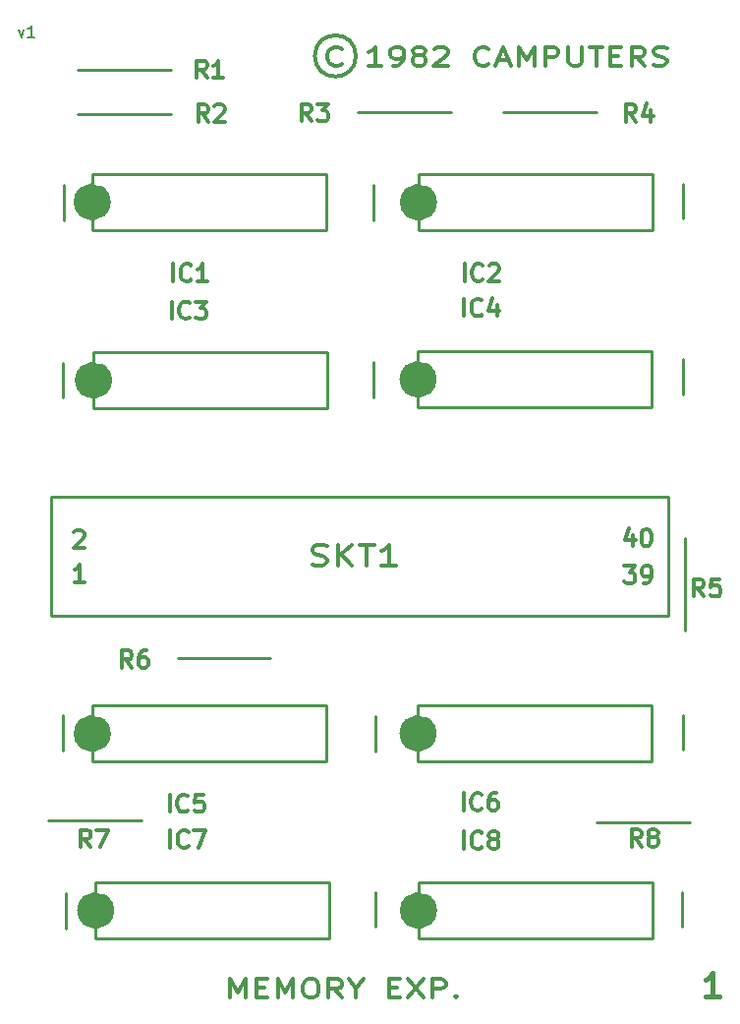
<source format=gbr>
%TF.GenerationSoftware,KiCad,Pcbnew,7.0.7*%
%TF.CreationDate,2023-11-11T16:10:04+00:00*%
%TF.ProjectId,Lynx-MK1-MEM,4c796e78-2d4d-44b3-912d-4d454d2e6b69,rev?*%
%TF.SameCoordinates,Original*%
%TF.FileFunction,Legend,Top*%
%TF.FilePolarity,Positive*%
%FSLAX46Y46*%
G04 Gerber Fmt 4.6, Leading zero omitted, Abs format (unit mm)*
G04 Created by KiCad (PCBNEW 7.0.7) date 2023-11-11 16:10:04*
%MOMM*%
%LPD*%
G01*
G04 APERTURE LIST*
%ADD10C,0.150000*%
%ADD11C,0.300000*%
%ADD12C,0.320000*%
%ADD13C,0.400000*%
%ADD14C,0.360000*%
%ADD15C,0.254000*%
%ADD16C,1.610849*%
G04 APERTURE END LIST*
D10*
X75933541Y-59909152D02*
X76171636Y-60575819D01*
X76171636Y-60575819D02*
X76409731Y-59909152D01*
X77314493Y-60575819D02*
X76743065Y-60575819D01*
X77028779Y-60575819D02*
X77028779Y-59575819D01*
X77028779Y-59575819D02*
X76933541Y-59718676D01*
X76933541Y-59718676D02*
X76838303Y-59813914D01*
X76838303Y-59813914D02*
X76743065Y-59861533D01*
D11*
X105000028Y-62190000D02*
G75*
G03*
X105000028Y-62190000I-1770028J0D01*
G01*
D12*
X103789573Y-62875169D02*
X103694335Y-62951360D01*
X103694335Y-62951360D02*
X103408621Y-63027550D01*
X103408621Y-63027550D02*
X103218145Y-63027550D01*
X103218145Y-63027550D02*
X102932430Y-62951360D01*
X102932430Y-62951360D02*
X102741954Y-62798979D01*
X102741954Y-62798979D02*
X102646716Y-62646598D01*
X102646716Y-62646598D02*
X102551478Y-62341836D01*
X102551478Y-62341836D02*
X102551478Y-62113264D01*
X102551478Y-62113264D02*
X102646716Y-61808502D01*
X102646716Y-61808502D02*
X102741954Y-61656121D01*
X102741954Y-61656121D02*
X102932430Y-61503740D01*
X102932430Y-61503740D02*
X103218145Y-61427550D01*
X103218145Y-61427550D02*
X103408621Y-61427550D01*
X103408621Y-61427550D02*
X103694335Y-61503740D01*
X103694335Y-61503740D02*
X103789573Y-61579931D01*
X107218145Y-63027550D02*
X106075288Y-63027550D01*
X106646716Y-63027550D02*
X106646716Y-61427550D01*
X106646716Y-61427550D02*
X106456240Y-61656121D01*
X106456240Y-61656121D02*
X106265764Y-61808502D01*
X106265764Y-61808502D02*
X106075288Y-61884693D01*
X108170526Y-63027550D02*
X108551478Y-63027550D01*
X108551478Y-63027550D02*
X108741955Y-62951360D01*
X108741955Y-62951360D02*
X108837193Y-62875169D01*
X108837193Y-62875169D02*
X109027669Y-62646598D01*
X109027669Y-62646598D02*
X109122907Y-62341836D01*
X109122907Y-62341836D02*
X109122907Y-61732312D01*
X109122907Y-61732312D02*
X109027669Y-61579931D01*
X109027669Y-61579931D02*
X108932431Y-61503740D01*
X108932431Y-61503740D02*
X108741955Y-61427550D01*
X108741955Y-61427550D02*
X108361002Y-61427550D01*
X108361002Y-61427550D02*
X108170526Y-61503740D01*
X108170526Y-61503740D02*
X108075288Y-61579931D01*
X108075288Y-61579931D02*
X107980050Y-61732312D01*
X107980050Y-61732312D02*
X107980050Y-62113264D01*
X107980050Y-62113264D02*
X108075288Y-62265645D01*
X108075288Y-62265645D02*
X108170526Y-62341836D01*
X108170526Y-62341836D02*
X108361002Y-62418026D01*
X108361002Y-62418026D02*
X108741955Y-62418026D01*
X108741955Y-62418026D02*
X108932431Y-62341836D01*
X108932431Y-62341836D02*
X109027669Y-62265645D01*
X109027669Y-62265645D02*
X109122907Y-62113264D01*
X110265764Y-62113264D02*
X110075288Y-62037074D01*
X110075288Y-62037074D02*
X109980050Y-61960883D01*
X109980050Y-61960883D02*
X109884812Y-61808502D01*
X109884812Y-61808502D02*
X109884812Y-61732312D01*
X109884812Y-61732312D02*
X109980050Y-61579931D01*
X109980050Y-61579931D02*
X110075288Y-61503740D01*
X110075288Y-61503740D02*
X110265764Y-61427550D01*
X110265764Y-61427550D02*
X110646717Y-61427550D01*
X110646717Y-61427550D02*
X110837193Y-61503740D01*
X110837193Y-61503740D02*
X110932431Y-61579931D01*
X110932431Y-61579931D02*
X111027669Y-61732312D01*
X111027669Y-61732312D02*
X111027669Y-61808502D01*
X111027669Y-61808502D02*
X110932431Y-61960883D01*
X110932431Y-61960883D02*
X110837193Y-62037074D01*
X110837193Y-62037074D02*
X110646717Y-62113264D01*
X110646717Y-62113264D02*
X110265764Y-62113264D01*
X110265764Y-62113264D02*
X110075288Y-62189455D01*
X110075288Y-62189455D02*
X109980050Y-62265645D01*
X109980050Y-62265645D02*
X109884812Y-62418026D01*
X109884812Y-62418026D02*
X109884812Y-62722788D01*
X109884812Y-62722788D02*
X109980050Y-62875169D01*
X109980050Y-62875169D02*
X110075288Y-62951360D01*
X110075288Y-62951360D02*
X110265764Y-63027550D01*
X110265764Y-63027550D02*
X110646717Y-63027550D01*
X110646717Y-63027550D02*
X110837193Y-62951360D01*
X110837193Y-62951360D02*
X110932431Y-62875169D01*
X110932431Y-62875169D02*
X111027669Y-62722788D01*
X111027669Y-62722788D02*
X111027669Y-62418026D01*
X111027669Y-62418026D02*
X110932431Y-62265645D01*
X110932431Y-62265645D02*
X110837193Y-62189455D01*
X110837193Y-62189455D02*
X110646717Y-62113264D01*
X111789574Y-61579931D02*
X111884812Y-61503740D01*
X111884812Y-61503740D02*
X112075288Y-61427550D01*
X112075288Y-61427550D02*
X112551479Y-61427550D01*
X112551479Y-61427550D02*
X112741955Y-61503740D01*
X112741955Y-61503740D02*
X112837193Y-61579931D01*
X112837193Y-61579931D02*
X112932431Y-61732312D01*
X112932431Y-61732312D02*
X112932431Y-61884693D01*
X112932431Y-61884693D02*
X112837193Y-62113264D01*
X112837193Y-62113264D02*
X111694336Y-63027550D01*
X111694336Y-63027550D02*
X112932431Y-63027550D01*
X116456241Y-62875169D02*
X116361003Y-62951360D01*
X116361003Y-62951360D02*
X116075289Y-63027550D01*
X116075289Y-63027550D02*
X115884813Y-63027550D01*
X115884813Y-63027550D02*
X115599098Y-62951360D01*
X115599098Y-62951360D02*
X115408622Y-62798979D01*
X115408622Y-62798979D02*
X115313384Y-62646598D01*
X115313384Y-62646598D02*
X115218146Y-62341836D01*
X115218146Y-62341836D02*
X115218146Y-62113264D01*
X115218146Y-62113264D02*
X115313384Y-61808502D01*
X115313384Y-61808502D02*
X115408622Y-61656121D01*
X115408622Y-61656121D02*
X115599098Y-61503740D01*
X115599098Y-61503740D02*
X115884813Y-61427550D01*
X115884813Y-61427550D02*
X116075289Y-61427550D01*
X116075289Y-61427550D02*
X116361003Y-61503740D01*
X116361003Y-61503740D02*
X116456241Y-61579931D01*
X117218146Y-62570407D02*
X118170527Y-62570407D01*
X117027670Y-63027550D02*
X117694336Y-61427550D01*
X117694336Y-61427550D02*
X118361003Y-63027550D01*
X119027670Y-63027550D02*
X119027670Y-61427550D01*
X119027670Y-61427550D02*
X119694337Y-62570407D01*
X119694337Y-62570407D02*
X120361003Y-61427550D01*
X120361003Y-61427550D02*
X120361003Y-63027550D01*
X121313384Y-63027550D02*
X121313384Y-61427550D01*
X121313384Y-61427550D02*
X122075289Y-61427550D01*
X122075289Y-61427550D02*
X122265765Y-61503740D01*
X122265765Y-61503740D02*
X122361003Y-61579931D01*
X122361003Y-61579931D02*
X122456241Y-61732312D01*
X122456241Y-61732312D02*
X122456241Y-61960883D01*
X122456241Y-61960883D02*
X122361003Y-62113264D01*
X122361003Y-62113264D02*
X122265765Y-62189455D01*
X122265765Y-62189455D02*
X122075289Y-62265645D01*
X122075289Y-62265645D02*
X121313384Y-62265645D01*
X123313384Y-61427550D02*
X123313384Y-62722788D01*
X123313384Y-62722788D02*
X123408622Y-62875169D01*
X123408622Y-62875169D02*
X123503860Y-62951360D01*
X123503860Y-62951360D02*
X123694336Y-63027550D01*
X123694336Y-63027550D02*
X124075289Y-63027550D01*
X124075289Y-63027550D02*
X124265765Y-62951360D01*
X124265765Y-62951360D02*
X124361003Y-62875169D01*
X124361003Y-62875169D02*
X124456241Y-62722788D01*
X124456241Y-62722788D02*
X124456241Y-61427550D01*
X125122908Y-61427550D02*
X126265765Y-61427550D01*
X125694336Y-63027550D02*
X125694336Y-61427550D01*
X126932432Y-62189455D02*
X127599099Y-62189455D01*
X127884813Y-63027550D02*
X126932432Y-63027550D01*
X126932432Y-63027550D02*
X126932432Y-61427550D01*
X126932432Y-61427550D02*
X127884813Y-61427550D01*
X129884813Y-63027550D02*
X129218146Y-62265645D01*
X128741956Y-63027550D02*
X128741956Y-61427550D01*
X128741956Y-61427550D02*
X129503861Y-61427550D01*
X129503861Y-61427550D02*
X129694337Y-61503740D01*
X129694337Y-61503740D02*
X129789575Y-61579931D01*
X129789575Y-61579931D02*
X129884813Y-61732312D01*
X129884813Y-61732312D02*
X129884813Y-61960883D01*
X129884813Y-61960883D02*
X129789575Y-62113264D01*
X129789575Y-62113264D02*
X129694337Y-62189455D01*
X129694337Y-62189455D02*
X129503861Y-62265645D01*
X129503861Y-62265645D02*
X128741956Y-62265645D01*
X130646718Y-62951360D02*
X130932432Y-63027550D01*
X130932432Y-63027550D02*
X131408623Y-63027550D01*
X131408623Y-63027550D02*
X131599099Y-62951360D01*
X131599099Y-62951360D02*
X131694337Y-62875169D01*
X131694337Y-62875169D02*
X131789575Y-62722788D01*
X131789575Y-62722788D02*
X131789575Y-62570407D01*
X131789575Y-62570407D02*
X131694337Y-62418026D01*
X131694337Y-62418026D02*
X131599099Y-62341836D01*
X131599099Y-62341836D02*
X131408623Y-62265645D01*
X131408623Y-62265645D02*
X131027670Y-62189455D01*
X131027670Y-62189455D02*
X130837194Y-62113264D01*
X130837194Y-62113264D02*
X130741956Y-62037074D01*
X130741956Y-62037074D02*
X130646718Y-61884693D01*
X130646718Y-61884693D02*
X130646718Y-61732312D01*
X130646718Y-61732312D02*
X130741956Y-61579931D01*
X130741956Y-61579931D02*
X130837194Y-61503740D01*
X130837194Y-61503740D02*
X131027670Y-61427550D01*
X131027670Y-61427550D02*
X131503861Y-61427550D01*
X131503861Y-61427550D02*
X131789575Y-61503740D01*
D13*
X136286966Y-143114438D02*
X135144109Y-143114438D01*
X135715537Y-143114438D02*
X135715537Y-141114438D01*
X135715537Y-141114438D02*
X135525061Y-141400152D01*
X135525061Y-141400152D02*
X135334585Y-141590628D01*
X135334585Y-141590628D02*
X135144109Y-141685866D01*
D12*
X94166716Y-143257550D02*
X94166716Y-141657550D01*
X94166716Y-141657550D02*
X94833383Y-142800407D01*
X94833383Y-142800407D02*
X95500049Y-141657550D01*
X95500049Y-141657550D02*
X95500049Y-143257550D01*
X96452430Y-142419455D02*
X97119097Y-142419455D01*
X97404811Y-143257550D02*
X96452430Y-143257550D01*
X96452430Y-143257550D02*
X96452430Y-141657550D01*
X96452430Y-141657550D02*
X97404811Y-141657550D01*
X98261954Y-143257550D02*
X98261954Y-141657550D01*
X98261954Y-141657550D02*
X98928621Y-142800407D01*
X98928621Y-142800407D02*
X99595287Y-141657550D01*
X99595287Y-141657550D02*
X99595287Y-143257550D01*
X100928620Y-141657550D02*
X101309573Y-141657550D01*
X101309573Y-141657550D02*
X101500049Y-141733740D01*
X101500049Y-141733740D02*
X101690525Y-141886121D01*
X101690525Y-141886121D02*
X101785763Y-142190883D01*
X101785763Y-142190883D02*
X101785763Y-142724217D01*
X101785763Y-142724217D02*
X101690525Y-143028979D01*
X101690525Y-143028979D02*
X101500049Y-143181360D01*
X101500049Y-143181360D02*
X101309573Y-143257550D01*
X101309573Y-143257550D02*
X100928620Y-143257550D01*
X100928620Y-143257550D02*
X100738144Y-143181360D01*
X100738144Y-143181360D02*
X100547668Y-143028979D01*
X100547668Y-143028979D02*
X100452430Y-142724217D01*
X100452430Y-142724217D02*
X100452430Y-142190883D01*
X100452430Y-142190883D02*
X100547668Y-141886121D01*
X100547668Y-141886121D02*
X100738144Y-141733740D01*
X100738144Y-141733740D02*
X100928620Y-141657550D01*
X103785763Y-143257550D02*
X103119096Y-142495645D01*
X102642906Y-143257550D02*
X102642906Y-141657550D01*
X102642906Y-141657550D02*
X103404811Y-141657550D01*
X103404811Y-141657550D02*
X103595287Y-141733740D01*
X103595287Y-141733740D02*
X103690525Y-141809931D01*
X103690525Y-141809931D02*
X103785763Y-141962312D01*
X103785763Y-141962312D02*
X103785763Y-142190883D01*
X103785763Y-142190883D02*
X103690525Y-142343264D01*
X103690525Y-142343264D02*
X103595287Y-142419455D01*
X103595287Y-142419455D02*
X103404811Y-142495645D01*
X103404811Y-142495645D02*
X102642906Y-142495645D01*
X105023858Y-142495645D02*
X105023858Y-143257550D01*
X104357192Y-141657550D02*
X105023858Y-142495645D01*
X105023858Y-142495645D02*
X105690525Y-141657550D01*
X107881002Y-142419455D02*
X108547669Y-142419455D01*
X108833383Y-143257550D02*
X107881002Y-143257550D01*
X107881002Y-143257550D02*
X107881002Y-141657550D01*
X107881002Y-141657550D02*
X108833383Y-141657550D01*
X109500050Y-141657550D02*
X110833383Y-143257550D01*
X110833383Y-141657550D02*
X109500050Y-143257550D01*
X111595288Y-143257550D02*
X111595288Y-141657550D01*
X111595288Y-141657550D02*
X112357193Y-141657550D01*
X112357193Y-141657550D02*
X112547669Y-141733740D01*
X112547669Y-141733740D02*
X112642907Y-141809931D01*
X112642907Y-141809931D02*
X112738145Y-141962312D01*
X112738145Y-141962312D02*
X112738145Y-142190883D01*
X112738145Y-142190883D02*
X112642907Y-142343264D01*
X112642907Y-142343264D02*
X112547669Y-142419455D01*
X112547669Y-142419455D02*
X112357193Y-142495645D01*
X112357193Y-142495645D02*
X111595288Y-142495645D01*
X113595288Y-143105169D02*
X113690526Y-143181360D01*
X113690526Y-143181360D02*
X113595288Y-143257550D01*
X113595288Y-143257550D02*
X113500050Y-143181360D01*
X113500050Y-143181360D02*
X113595288Y-143105169D01*
X113595288Y-143105169D02*
X113595288Y-143257550D01*
D11*
X89235714Y-81608328D02*
X89235714Y-80108328D01*
X90807143Y-81465471D02*
X90735715Y-81536900D01*
X90735715Y-81536900D02*
X90521429Y-81608328D01*
X90521429Y-81608328D02*
X90378572Y-81608328D01*
X90378572Y-81608328D02*
X90164286Y-81536900D01*
X90164286Y-81536900D02*
X90021429Y-81394042D01*
X90021429Y-81394042D02*
X89950000Y-81251185D01*
X89950000Y-81251185D02*
X89878572Y-80965471D01*
X89878572Y-80965471D02*
X89878572Y-80751185D01*
X89878572Y-80751185D02*
X89950000Y-80465471D01*
X89950000Y-80465471D02*
X90021429Y-80322614D01*
X90021429Y-80322614D02*
X90164286Y-80179757D01*
X90164286Y-80179757D02*
X90378572Y-80108328D01*
X90378572Y-80108328D02*
X90521429Y-80108328D01*
X90521429Y-80108328D02*
X90735715Y-80179757D01*
X90735715Y-80179757D02*
X90807143Y-80251185D01*
X92235715Y-81608328D02*
X91378572Y-81608328D01*
X91807143Y-81608328D02*
X91807143Y-80108328D01*
X91807143Y-80108328D02*
X91664286Y-80322614D01*
X91664286Y-80322614D02*
X91521429Y-80465471D01*
X91521429Y-80465471D02*
X91378572Y-80536900D01*
X80723082Y-103153685D02*
X80794510Y-103082257D01*
X80794510Y-103082257D02*
X80937368Y-103010828D01*
X80937368Y-103010828D02*
X81294510Y-103010828D01*
X81294510Y-103010828D02*
X81437368Y-103082257D01*
X81437368Y-103082257D02*
X81508796Y-103153685D01*
X81508796Y-103153685D02*
X81580225Y-103296542D01*
X81580225Y-103296542D02*
X81580225Y-103439400D01*
X81580225Y-103439400D02*
X81508796Y-103653685D01*
X81508796Y-103653685D02*
X80651653Y-104510828D01*
X80651653Y-104510828D02*
X81580225Y-104510828D01*
X128881429Y-103400828D02*
X128881429Y-104400828D01*
X128524286Y-102829400D02*
X128167143Y-103900828D01*
X128167143Y-103900828D02*
X129095714Y-103900828D01*
X129952857Y-102900828D02*
X130095714Y-102900828D01*
X130095714Y-102900828D02*
X130238571Y-102972257D01*
X130238571Y-102972257D02*
X130310000Y-103043685D01*
X130310000Y-103043685D02*
X130381428Y-103186542D01*
X130381428Y-103186542D02*
X130452857Y-103472257D01*
X130452857Y-103472257D02*
X130452857Y-103829400D01*
X130452857Y-103829400D02*
X130381428Y-104115114D01*
X130381428Y-104115114D02*
X130310000Y-104257971D01*
X130310000Y-104257971D02*
X130238571Y-104329400D01*
X130238571Y-104329400D02*
X130095714Y-104400828D01*
X130095714Y-104400828D02*
X129952857Y-104400828D01*
X129952857Y-104400828D02*
X129810000Y-104329400D01*
X129810000Y-104329400D02*
X129738571Y-104257971D01*
X129738571Y-104257971D02*
X129667142Y-104115114D01*
X129667142Y-104115114D02*
X129595714Y-103829400D01*
X129595714Y-103829400D02*
X129595714Y-103472257D01*
X129595714Y-103472257D02*
X129667142Y-103186542D01*
X129667142Y-103186542D02*
X129738571Y-103043685D01*
X129738571Y-103043685D02*
X129810000Y-102972257D01*
X129810000Y-102972257D02*
X129952857Y-102900828D01*
D14*
X101235889Y-105985280D02*
X101550175Y-106070994D01*
X101550175Y-106070994D02*
X102073984Y-106070994D01*
X102073984Y-106070994D02*
X102283508Y-105985280D01*
X102283508Y-105985280D02*
X102388270Y-105899565D01*
X102388270Y-105899565D02*
X102493032Y-105728137D01*
X102493032Y-105728137D02*
X102493032Y-105556708D01*
X102493032Y-105556708D02*
X102388270Y-105385280D01*
X102388270Y-105385280D02*
X102283508Y-105299565D01*
X102283508Y-105299565D02*
X102073984Y-105213851D01*
X102073984Y-105213851D02*
X101654937Y-105128137D01*
X101654937Y-105128137D02*
X101445413Y-105042422D01*
X101445413Y-105042422D02*
X101340651Y-104956708D01*
X101340651Y-104956708D02*
X101235889Y-104785280D01*
X101235889Y-104785280D02*
X101235889Y-104613851D01*
X101235889Y-104613851D02*
X101340651Y-104442422D01*
X101340651Y-104442422D02*
X101445413Y-104356708D01*
X101445413Y-104356708D02*
X101654937Y-104270994D01*
X101654937Y-104270994D02*
X102178746Y-104270994D01*
X102178746Y-104270994D02*
X102493032Y-104356708D01*
X103435889Y-106070994D02*
X103435889Y-104270994D01*
X104693032Y-106070994D02*
X103750175Y-105042422D01*
X104693032Y-104270994D02*
X103435889Y-105299565D01*
X105321603Y-104270994D02*
X106578746Y-104270994D01*
X105950175Y-106070994D02*
X105950175Y-104270994D01*
X108464460Y-106070994D02*
X107207317Y-106070994D01*
X107835889Y-106070994D02*
X107835889Y-104270994D01*
X107835889Y-104270994D02*
X107626365Y-104528137D01*
X107626365Y-104528137D02*
X107416841Y-104699565D01*
X107416841Y-104699565D02*
X107207317Y-104785280D01*
D11*
X128145714Y-106100828D02*
X129074286Y-106100828D01*
X129074286Y-106100828D02*
X128574286Y-106672257D01*
X128574286Y-106672257D02*
X128788571Y-106672257D01*
X128788571Y-106672257D02*
X128931429Y-106743685D01*
X128931429Y-106743685D02*
X129002857Y-106815114D01*
X129002857Y-106815114D02*
X129074286Y-106957971D01*
X129074286Y-106957971D02*
X129074286Y-107315114D01*
X129074286Y-107315114D02*
X129002857Y-107457971D01*
X129002857Y-107457971D02*
X128931429Y-107529400D01*
X128931429Y-107529400D02*
X128788571Y-107600828D01*
X128788571Y-107600828D02*
X128360000Y-107600828D01*
X128360000Y-107600828D02*
X128217143Y-107529400D01*
X128217143Y-107529400D02*
X128145714Y-107457971D01*
X129788571Y-107600828D02*
X130074285Y-107600828D01*
X130074285Y-107600828D02*
X130217142Y-107529400D01*
X130217142Y-107529400D02*
X130288571Y-107457971D01*
X130288571Y-107457971D02*
X130431428Y-107243685D01*
X130431428Y-107243685D02*
X130502857Y-106957971D01*
X130502857Y-106957971D02*
X130502857Y-106386542D01*
X130502857Y-106386542D02*
X130431428Y-106243685D01*
X130431428Y-106243685D02*
X130360000Y-106172257D01*
X130360000Y-106172257D02*
X130217142Y-106100828D01*
X130217142Y-106100828D02*
X129931428Y-106100828D01*
X129931428Y-106100828D02*
X129788571Y-106172257D01*
X129788571Y-106172257D02*
X129717142Y-106243685D01*
X129717142Y-106243685D02*
X129645714Y-106386542D01*
X129645714Y-106386542D02*
X129645714Y-106743685D01*
X129645714Y-106743685D02*
X129717142Y-106886542D01*
X129717142Y-106886542D02*
X129788571Y-106957971D01*
X129788571Y-106957971D02*
X129931428Y-107029400D01*
X129931428Y-107029400D02*
X130217142Y-107029400D01*
X130217142Y-107029400D02*
X130360000Y-106957971D01*
X130360000Y-106957971D02*
X130431428Y-106886542D01*
X130431428Y-106886542D02*
X130502857Y-106743685D01*
X81600225Y-107510828D02*
X80743082Y-107510828D01*
X81171653Y-107510828D02*
X81171653Y-106010828D01*
X81171653Y-106010828D02*
X81028796Y-106225114D01*
X81028796Y-106225114D02*
X80885939Y-106367971D01*
X80885939Y-106367971D02*
X80743082Y-106439400D01*
X114345714Y-81598328D02*
X114345714Y-80098328D01*
X115917143Y-81455471D02*
X115845715Y-81526900D01*
X115845715Y-81526900D02*
X115631429Y-81598328D01*
X115631429Y-81598328D02*
X115488572Y-81598328D01*
X115488572Y-81598328D02*
X115274286Y-81526900D01*
X115274286Y-81526900D02*
X115131429Y-81384042D01*
X115131429Y-81384042D02*
X115060000Y-81241185D01*
X115060000Y-81241185D02*
X114988572Y-80955471D01*
X114988572Y-80955471D02*
X114988572Y-80741185D01*
X114988572Y-80741185D02*
X115060000Y-80455471D01*
X115060000Y-80455471D02*
X115131429Y-80312614D01*
X115131429Y-80312614D02*
X115274286Y-80169757D01*
X115274286Y-80169757D02*
X115488572Y-80098328D01*
X115488572Y-80098328D02*
X115631429Y-80098328D01*
X115631429Y-80098328D02*
X115845715Y-80169757D01*
X115845715Y-80169757D02*
X115917143Y-80241185D01*
X116488572Y-80241185D02*
X116560000Y-80169757D01*
X116560000Y-80169757D02*
X116702858Y-80098328D01*
X116702858Y-80098328D02*
X117060000Y-80098328D01*
X117060000Y-80098328D02*
X117202858Y-80169757D01*
X117202858Y-80169757D02*
X117274286Y-80241185D01*
X117274286Y-80241185D02*
X117345715Y-80384042D01*
X117345715Y-80384042D02*
X117345715Y-80526900D01*
X117345715Y-80526900D02*
X117274286Y-80741185D01*
X117274286Y-80741185D02*
X116417143Y-81598328D01*
X116417143Y-81598328D02*
X117345715Y-81598328D01*
X85710000Y-114858328D02*
X85210000Y-114144042D01*
X84852857Y-114858328D02*
X84852857Y-113358328D01*
X84852857Y-113358328D02*
X85424286Y-113358328D01*
X85424286Y-113358328D02*
X85567143Y-113429757D01*
X85567143Y-113429757D02*
X85638572Y-113501185D01*
X85638572Y-113501185D02*
X85710000Y-113644042D01*
X85710000Y-113644042D02*
X85710000Y-113858328D01*
X85710000Y-113858328D02*
X85638572Y-114001185D01*
X85638572Y-114001185D02*
X85567143Y-114072614D01*
X85567143Y-114072614D02*
X85424286Y-114144042D01*
X85424286Y-114144042D02*
X84852857Y-114144042D01*
X86995715Y-113358328D02*
X86710000Y-113358328D01*
X86710000Y-113358328D02*
X86567143Y-113429757D01*
X86567143Y-113429757D02*
X86495715Y-113501185D01*
X86495715Y-113501185D02*
X86352857Y-113715471D01*
X86352857Y-113715471D02*
X86281429Y-114001185D01*
X86281429Y-114001185D02*
X86281429Y-114572614D01*
X86281429Y-114572614D02*
X86352857Y-114715471D01*
X86352857Y-114715471D02*
X86424286Y-114786900D01*
X86424286Y-114786900D02*
X86567143Y-114858328D01*
X86567143Y-114858328D02*
X86852857Y-114858328D01*
X86852857Y-114858328D02*
X86995715Y-114786900D01*
X86995715Y-114786900D02*
X87067143Y-114715471D01*
X87067143Y-114715471D02*
X87138572Y-114572614D01*
X87138572Y-114572614D02*
X87138572Y-114215471D01*
X87138572Y-114215471D02*
X87067143Y-114072614D01*
X87067143Y-114072614D02*
X86995715Y-114001185D01*
X86995715Y-114001185D02*
X86852857Y-113929757D01*
X86852857Y-113929757D02*
X86567143Y-113929757D01*
X86567143Y-113929757D02*
X86424286Y-114001185D01*
X86424286Y-114001185D02*
X86352857Y-114072614D01*
X86352857Y-114072614D02*
X86281429Y-114215471D01*
X129610000Y-130248328D02*
X129110000Y-129534042D01*
X128752857Y-130248328D02*
X128752857Y-128748328D01*
X128752857Y-128748328D02*
X129324286Y-128748328D01*
X129324286Y-128748328D02*
X129467143Y-128819757D01*
X129467143Y-128819757D02*
X129538572Y-128891185D01*
X129538572Y-128891185D02*
X129610000Y-129034042D01*
X129610000Y-129034042D02*
X129610000Y-129248328D01*
X129610000Y-129248328D02*
X129538572Y-129391185D01*
X129538572Y-129391185D02*
X129467143Y-129462614D01*
X129467143Y-129462614D02*
X129324286Y-129534042D01*
X129324286Y-129534042D02*
X128752857Y-129534042D01*
X130467143Y-129391185D02*
X130324286Y-129319757D01*
X130324286Y-129319757D02*
X130252857Y-129248328D01*
X130252857Y-129248328D02*
X130181429Y-129105471D01*
X130181429Y-129105471D02*
X130181429Y-129034042D01*
X130181429Y-129034042D02*
X130252857Y-128891185D01*
X130252857Y-128891185D02*
X130324286Y-128819757D01*
X130324286Y-128819757D02*
X130467143Y-128748328D01*
X130467143Y-128748328D02*
X130752857Y-128748328D01*
X130752857Y-128748328D02*
X130895715Y-128819757D01*
X130895715Y-128819757D02*
X130967143Y-128891185D01*
X130967143Y-128891185D02*
X131038572Y-129034042D01*
X131038572Y-129034042D02*
X131038572Y-129105471D01*
X131038572Y-129105471D02*
X130967143Y-129248328D01*
X130967143Y-129248328D02*
X130895715Y-129319757D01*
X130895715Y-129319757D02*
X130752857Y-129391185D01*
X130752857Y-129391185D02*
X130467143Y-129391185D01*
X130467143Y-129391185D02*
X130324286Y-129462614D01*
X130324286Y-129462614D02*
X130252857Y-129534042D01*
X130252857Y-129534042D02*
X130181429Y-129676900D01*
X130181429Y-129676900D02*
X130181429Y-129962614D01*
X130181429Y-129962614D02*
X130252857Y-130105471D01*
X130252857Y-130105471D02*
X130324286Y-130176900D01*
X130324286Y-130176900D02*
X130467143Y-130248328D01*
X130467143Y-130248328D02*
X130752857Y-130248328D01*
X130752857Y-130248328D02*
X130895715Y-130176900D01*
X130895715Y-130176900D02*
X130967143Y-130105471D01*
X130967143Y-130105471D02*
X131038572Y-129962614D01*
X131038572Y-129962614D02*
X131038572Y-129676900D01*
X131038572Y-129676900D02*
X130967143Y-129534042D01*
X130967143Y-129534042D02*
X130895715Y-129462614D01*
X130895715Y-129462614D02*
X130752857Y-129391185D01*
X88945714Y-127268328D02*
X88945714Y-125768328D01*
X90517143Y-127125471D02*
X90445715Y-127196900D01*
X90445715Y-127196900D02*
X90231429Y-127268328D01*
X90231429Y-127268328D02*
X90088572Y-127268328D01*
X90088572Y-127268328D02*
X89874286Y-127196900D01*
X89874286Y-127196900D02*
X89731429Y-127054042D01*
X89731429Y-127054042D02*
X89660000Y-126911185D01*
X89660000Y-126911185D02*
X89588572Y-126625471D01*
X89588572Y-126625471D02*
X89588572Y-126411185D01*
X89588572Y-126411185D02*
X89660000Y-126125471D01*
X89660000Y-126125471D02*
X89731429Y-125982614D01*
X89731429Y-125982614D02*
X89874286Y-125839757D01*
X89874286Y-125839757D02*
X90088572Y-125768328D01*
X90088572Y-125768328D02*
X90231429Y-125768328D01*
X90231429Y-125768328D02*
X90445715Y-125839757D01*
X90445715Y-125839757D02*
X90517143Y-125911185D01*
X91874286Y-125768328D02*
X91160000Y-125768328D01*
X91160000Y-125768328D02*
X91088572Y-126482614D01*
X91088572Y-126482614D02*
X91160000Y-126411185D01*
X91160000Y-126411185D02*
X91302858Y-126339757D01*
X91302858Y-126339757D02*
X91660000Y-126339757D01*
X91660000Y-126339757D02*
X91802858Y-126411185D01*
X91802858Y-126411185D02*
X91874286Y-126482614D01*
X91874286Y-126482614D02*
X91945715Y-126625471D01*
X91945715Y-126625471D02*
X91945715Y-126982614D01*
X91945715Y-126982614D02*
X91874286Y-127125471D01*
X91874286Y-127125471D02*
X91802858Y-127196900D01*
X91802858Y-127196900D02*
X91660000Y-127268328D01*
X91660000Y-127268328D02*
X91302858Y-127268328D01*
X91302858Y-127268328D02*
X91160000Y-127196900D01*
X91160000Y-127196900D02*
X91088572Y-127125471D01*
X92170000Y-64088328D02*
X91670000Y-63374042D01*
X91312857Y-64088328D02*
X91312857Y-62588328D01*
X91312857Y-62588328D02*
X91884286Y-62588328D01*
X91884286Y-62588328D02*
X92027143Y-62659757D01*
X92027143Y-62659757D02*
X92098572Y-62731185D01*
X92098572Y-62731185D02*
X92170000Y-62874042D01*
X92170000Y-62874042D02*
X92170000Y-63088328D01*
X92170000Y-63088328D02*
X92098572Y-63231185D01*
X92098572Y-63231185D02*
X92027143Y-63302614D01*
X92027143Y-63302614D02*
X91884286Y-63374042D01*
X91884286Y-63374042D02*
X91312857Y-63374042D01*
X93598572Y-64088328D02*
X92741429Y-64088328D01*
X93170000Y-64088328D02*
X93170000Y-62588328D01*
X93170000Y-62588328D02*
X93027143Y-62802614D01*
X93027143Y-62802614D02*
X92884286Y-62945471D01*
X92884286Y-62945471D02*
X92741429Y-63016900D01*
X89125714Y-84838328D02*
X89125714Y-83338328D01*
X90697143Y-84695471D02*
X90625715Y-84766900D01*
X90625715Y-84766900D02*
X90411429Y-84838328D01*
X90411429Y-84838328D02*
X90268572Y-84838328D01*
X90268572Y-84838328D02*
X90054286Y-84766900D01*
X90054286Y-84766900D02*
X89911429Y-84624042D01*
X89911429Y-84624042D02*
X89840000Y-84481185D01*
X89840000Y-84481185D02*
X89768572Y-84195471D01*
X89768572Y-84195471D02*
X89768572Y-83981185D01*
X89768572Y-83981185D02*
X89840000Y-83695471D01*
X89840000Y-83695471D02*
X89911429Y-83552614D01*
X89911429Y-83552614D02*
X90054286Y-83409757D01*
X90054286Y-83409757D02*
X90268572Y-83338328D01*
X90268572Y-83338328D02*
X90411429Y-83338328D01*
X90411429Y-83338328D02*
X90625715Y-83409757D01*
X90625715Y-83409757D02*
X90697143Y-83481185D01*
X91197143Y-83338328D02*
X92125715Y-83338328D01*
X92125715Y-83338328D02*
X91625715Y-83909757D01*
X91625715Y-83909757D02*
X91840000Y-83909757D01*
X91840000Y-83909757D02*
X91982858Y-83981185D01*
X91982858Y-83981185D02*
X92054286Y-84052614D01*
X92054286Y-84052614D02*
X92125715Y-84195471D01*
X92125715Y-84195471D02*
X92125715Y-84552614D01*
X92125715Y-84552614D02*
X92054286Y-84695471D01*
X92054286Y-84695471D02*
X91982858Y-84766900D01*
X91982858Y-84766900D02*
X91840000Y-84838328D01*
X91840000Y-84838328D02*
X91411429Y-84838328D01*
X91411429Y-84838328D02*
X91268572Y-84766900D01*
X91268572Y-84766900D02*
X91197143Y-84695471D01*
X88985714Y-130348328D02*
X88985714Y-128848328D01*
X90557143Y-130205471D02*
X90485715Y-130276900D01*
X90485715Y-130276900D02*
X90271429Y-130348328D01*
X90271429Y-130348328D02*
X90128572Y-130348328D01*
X90128572Y-130348328D02*
X89914286Y-130276900D01*
X89914286Y-130276900D02*
X89771429Y-130134042D01*
X89771429Y-130134042D02*
X89700000Y-129991185D01*
X89700000Y-129991185D02*
X89628572Y-129705471D01*
X89628572Y-129705471D02*
X89628572Y-129491185D01*
X89628572Y-129491185D02*
X89700000Y-129205471D01*
X89700000Y-129205471D02*
X89771429Y-129062614D01*
X89771429Y-129062614D02*
X89914286Y-128919757D01*
X89914286Y-128919757D02*
X90128572Y-128848328D01*
X90128572Y-128848328D02*
X90271429Y-128848328D01*
X90271429Y-128848328D02*
X90485715Y-128919757D01*
X90485715Y-128919757D02*
X90557143Y-128991185D01*
X91057143Y-128848328D02*
X92057143Y-128848328D01*
X92057143Y-128848328D02*
X91414286Y-130348328D01*
X114265714Y-127148328D02*
X114265714Y-125648328D01*
X115837143Y-127005471D02*
X115765715Y-127076900D01*
X115765715Y-127076900D02*
X115551429Y-127148328D01*
X115551429Y-127148328D02*
X115408572Y-127148328D01*
X115408572Y-127148328D02*
X115194286Y-127076900D01*
X115194286Y-127076900D02*
X115051429Y-126934042D01*
X115051429Y-126934042D02*
X114980000Y-126791185D01*
X114980000Y-126791185D02*
X114908572Y-126505471D01*
X114908572Y-126505471D02*
X114908572Y-126291185D01*
X114908572Y-126291185D02*
X114980000Y-126005471D01*
X114980000Y-126005471D02*
X115051429Y-125862614D01*
X115051429Y-125862614D02*
X115194286Y-125719757D01*
X115194286Y-125719757D02*
X115408572Y-125648328D01*
X115408572Y-125648328D02*
X115551429Y-125648328D01*
X115551429Y-125648328D02*
X115765715Y-125719757D01*
X115765715Y-125719757D02*
X115837143Y-125791185D01*
X117122858Y-125648328D02*
X116837143Y-125648328D01*
X116837143Y-125648328D02*
X116694286Y-125719757D01*
X116694286Y-125719757D02*
X116622858Y-125791185D01*
X116622858Y-125791185D02*
X116480000Y-126005471D01*
X116480000Y-126005471D02*
X116408572Y-126291185D01*
X116408572Y-126291185D02*
X116408572Y-126862614D01*
X116408572Y-126862614D02*
X116480000Y-127005471D01*
X116480000Y-127005471D02*
X116551429Y-127076900D01*
X116551429Y-127076900D02*
X116694286Y-127148328D01*
X116694286Y-127148328D02*
X116980000Y-127148328D01*
X116980000Y-127148328D02*
X117122858Y-127076900D01*
X117122858Y-127076900D02*
X117194286Y-127005471D01*
X117194286Y-127005471D02*
X117265715Y-126862614D01*
X117265715Y-126862614D02*
X117265715Y-126505471D01*
X117265715Y-126505471D02*
X117194286Y-126362614D01*
X117194286Y-126362614D02*
X117122858Y-126291185D01*
X117122858Y-126291185D02*
X116980000Y-126219757D01*
X116980000Y-126219757D02*
X116694286Y-126219757D01*
X116694286Y-126219757D02*
X116551429Y-126291185D01*
X116551429Y-126291185D02*
X116480000Y-126362614D01*
X116480000Y-126362614D02*
X116408572Y-126505471D01*
X134990000Y-108718328D02*
X134490000Y-108004042D01*
X134132857Y-108718328D02*
X134132857Y-107218328D01*
X134132857Y-107218328D02*
X134704286Y-107218328D01*
X134704286Y-107218328D02*
X134847143Y-107289757D01*
X134847143Y-107289757D02*
X134918572Y-107361185D01*
X134918572Y-107361185D02*
X134990000Y-107504042D01*
X134990000Y-107504042D02*
X134990000Y-107718328D01*
X134990000Y-107718328D02*
X134918572Y-107861185D01*
X134918572Y-107861185D02*
X134847143Y-107932614D01*
X134847143Y-107932614D02*
X134704286Y-108004042D01*
X134704286Y-108004042D02*
X134132857Y-108004042D01*
X136347143Y-107218328D02*
X135632857Y-107218328D01*
X135632857Y-107218328D02*
X135561429Y-107932614D01*
X135561429Y-107932614D02*
X135632857Y-107861185D01*
X135632857Y-107861185D02*
X135775715Y-107789757D01*
X135775715Y-107789757D02*
X136132857Y-107789757D01*
X136132857Y-107789757D02*
X136275715Y-107861185D01*
X136275715Y-107861185D02*
X136347143Y-107932614D01*
X136347143Y-107932614D02*
X136418572Y-108075471D01*
X136418572Y-108075471D02*
X136418572Y-108432614D01*
X136418572Y-108432614D02*
X136347143Y-108575471D01*
X136347143Y-108575471D02*
X136275715Y-108646900D01*
X136275715Y-108646900D02*
X136132857Y-108718328D01*
X136132857Y-108718328D02*
X135775715Y-108718328D01*
X135775715Y-108718328D02*
X135632857Y-108646900D01*
X135632857Y-108646900D02*
X135561429Y-108575471D01*
X114295714Y-84598328D02*
X114295714Y-83098328D01*
X115867143Y-84455471D02*
X115795715Y-84526900D01*
X115795715Y-84526900D02*
X115581429Y-84598328D01*
X115581429Y-84598328D02*
X115438572Y-84598328D01*
X115438572Y-84598328D02*
X115224286Y-84526900D01*
X115224286Y-84526900D02*
X115081429Y-84384042D01*
X115081429Y-84384042D02*
X115010000Y-84241185D01*
X115010000Y-84241185D02*
X114938572Y-83955471D01*
X114938572Y-83955471D02*
X114938572Y-83741185D01*
X114938572Y-83741185D02*
X115010000Y-83455471D01*
X115010000Y-83455471D02*
X115081429Y-83312614D01*
X115081429Y-83312614D02*
X115224286Y-83169757D01*
X115224286Y-83169757D02*
X115438572Y-83098328D01*
X115438572Y-83098328D02*
X115581429Y-83098328D01*
X115581429Y-83098328D02*
X115795715Y-83169757D01*
X115795715Y-83169757D02*
X115867143Y-83241185D01*
X117152858Y-83598328D02*
X117152858Y-84598328D01*
X116795715Y-83026900D02*
X116438572Y-84098328D01*
X116438572Y-84098328D02*
X117367143Y-84098328D01*
X114295714Y-130448328D02*
X114295714Y-128948328D01*
X115867143Y-130305471D02*
X115795715Y-130376900D01*
X115795715Y-130376900D02*
X115581429Y-130448328D01*
X115581429Y-130448328D02*
X115438572Y-130448328D01*
X115438572Y-130448328D02*
X115224286Y-130376900D01*
X115224286Y-130376900D02*
X115081429Y-130234042D01*
X115081429Y-130234042D02*
X115010000Y-130091185D01*
X115010000Y-130091185D02*
X114938572Y-129805471D01*
X114938572Y-129805471D02*
X114938572Y-129591185D01*
X114938572Y-129591185D02*
X115010000Y-129305471D01*
X115010000Y-129305471D02*
X115081429Y-129162614D01*
X115081429Y-129162614D02*
X115224286Y-129019757D01*
X115224286Y-129019757D02*
X115438572Y-128948328D01*
X115438572Y-128948328D02*
X115581429Y-128948328D01*
X115581429Y-128948328D02*
X115795715Y-129019757D01*
X115795715Y-129019757D02*
X115867143Y-129091185D01*
X116724286Y-129591185D02*
X116581429Y-129519757D01*
X116581429Y-129519757D02*
X116510000Y-129448328D01*
X116510000Y-129448328D02*
X116438572Y-129305471D01*
X116438572Y-129305471D02*
X116438572Y-129234042D01*
X116438572Y-129234042D02*
X116510000Y-129091185D01*
X116510000Y-129091185D02*
X116581429Y-129019757D01*
X116581429Y-129019757D02*
X116724286Y-128948328D01*
X116724286Y-128948328D02*
X117010000Y-128948328D01*
X117010000Y-128948328D02*
X117152858Y-129019757D01*
X117152858Y-129019757D02*
X117224286Y-129091185D01*
X117224286Y-129091185D02*
X117295715Y-129234042D01*
X117295715Y-129234042D02*
X117295715Y-129305471D01*
X117295715Y-129305471D02*
X117224286Y-129448328D01*
X117224286Y-129448328D02*
X117152858Y-129519757D01*
X117152858Y-129519757D02*
X117010000Y-129591185D01*
X117010000Y-129591185D02*
X116724286Y-129591185D01*
X116724286Y-129591185D02*
X116581429Y-129662614D01*
X116581429Y-129662614D02*
X116510000Y-129734042D01*
X116510000Y-129734042D02*
X116438572Y-129876900D01*
X116438572Y-129876900D02*
X116438572Y-130162614D01*
X116438572Y-130162614D02*
X116510000Y-130305471D01*
X116510000Y-130305471D02*
X116581429Y-130376900D01*
X116581429Y-130376900D02*
X116724286Y-130448328D01*
X116724286Y-130448328D02*
X117010000Y-130448328D01*
X117010000Y-130448328D02*
X117152858Y-130376900D01*
X117152858Y-130376900D02*
X117224286Y-130305471D01*
X117224286Y-130305471D02*
X117295715Y-130162614D01*
X117295715Y-130162614D02*
X117295715Y-129876900D01*
X117295715Y-129876900D02*
X117224286Y-129734042D01*
X117224286Y-129734042D02*
X117152858Y-129662614D01*
X117152858Y-129662614D02*
X117010000Y-129591185D01*
X101170000Y-67828328D02*
X100670000Y-67114042D01*
X100312857Y-67828328D02*
X100312857Y-66328328D01*
X100312857Y-66328328D02*
X100884286Y-66328328D01*
X100884286Y-66328328D02*
X101027143Y-66399757D01*
X101027143Y-66399757D02*
X101098572Y-66471185D01*
X101098572Y-66471185D02*
X101170000Y-66614042D01*
X101170000Y-66614042D02*
X101170000Y-66828328D01*
X101170000Y-66828328D02*
X101098572Y-66971185D01*
X101098572Y-66971185D02*
X101027143Y-67042614D01*
X101027143Y-67042614D02*
X100884286Y-67114042D01*
X100884286Y-67114042D02*
X100312857Y-67114042D01*
X101670000Y-66328328D02*
X102598572Y-66328328D01*
X102598572Y-66328328D02*
X102098572Y-66899757D01*
X102098572Y-66899757D02*
X102312857Y-66899757D01*
X102312857Y-66899757D02*
X102455715Y-66971185D01*
X102455715Y-66971185D02*
X102527143Y-67042614D01*
X102527143Y-67042614D02*
X102598572Y-67185471D01*
X102598572Y-67185471D02*
X102598572Y-67542614D01*
X102598572Y-67542614D02*
X102527143Y-67685471D01*
X102527143Y-67685471D02*
X102455715Y-67756900D01*
X102455715Y-67756900D02*
X102312857Y-67828328D01*
X102312857Y-67828328D02*
X101884286Y-67828328D01*
X101884286Y-67828328D02*
X101741429Y-67756900D01*
X101741429Y-67756900D02*
X101670000Y-67685471D01*
X82160000Y-130308328D02*
X81660000Y-129594042D01*
X81302857Y-130308328D02*
X81302857Y-128808328D01*
X81302857Y-128808328D02*
X81874286Y-128808328D01*
X81874286Y-128808328D02*
X82017143Y-128879757D01*
X82017143Y-128879757D02*
X82088572Y-128951185D01*
X82088572Y-128951185D02*
X82160000Y-129094042D01*
X82160000Y-129094042D02*
X82160000Y-129308328D01*
X82160000Y-129308328D02*
X82088572Y-129451185D01*
X82088572Y-129451185D02*
X82017143Y-129522614D01*
X82017143Y-129522614D02*
X81874286Y-129594042D01*
X81874286Y-129594042D02*
X81302857Y-129594042D01*
X82660000Y-128808328D02*
X83660000Y-128808328D01*
X83660000Y-128808328D02*
X83017143Y-130308328D01*
X129140000Y-67838328D02*
X128640000Y-67124042D01*
X128282857Y-67838328D02*
X128282857Y-66338328D01*
X128282857Y-66338328D02*
X128854286Y-66338328D01*
X128854286Y-66338328D02*
X128997143Y-66409757D01*
X128997143Y-66409757D02*
X129068572Y-66481185D01*
X129068572Y-66481185D02*
X129140000Y-66624042D01*
X129140000Y-66624042D02*
X129140000Y-66838328D01*
X129140000Y-66838328D02*
X129068572Y-66981185D01*
X129068572Y-66981185D02*
X128997143Y-67052614D01*
X128997143Y-67052614D02*
X128854286Y-67124042D01*
X128854286Y-67124042D02*
X128282857Y-67124042D01*
X130425715Y-66838328D02*
X130425715Y-67838328D01*
X130068572Y-66266900D02*
X129711429Y-67338328D01*
X129711429Y-67338328D02*
X130640000Y-67338328D01*
X92260000Y-67868328D02*
X91760000Y-67154042D01*
X91402857Y-67868328D02*
X91402857Y-66368328D01*
X91402857Y-66368328D02*
X91974286Y-66368328D01*
X91974286Y-66368328D02*
X92117143Y-66439757D01*
X92117143Y-66439757D02*
X92188572Y-66511185D01*
X92188572Y-66511185D02*
X92260000Y-66654042D01*
X92260000Y-66654042D02*
X92260000Y-66868328D01*
X92260000Y-66868328D02*
X92188572Y-67011185D01*
X92188572Y-67011185D02*
X92117143Y-67082614D01*
X92117143Y-67082614D02*
X91974286Y-67154042D01*
X91974286Y-67154042D02*
X91402857Y-67154042D01*
X92831429Y-66511185D02*
X92902857Y-66439757D01*
X92902857Y-66439757D02*
X93045715Y-66368328D01*
X93045715Y-66368328D02*
X93402857Y-66368328D01*
X93402857Y-66368328D02*
X93545715Y-66439757D01*
X93545715Y-66439757D02*
X93617143Y-66511185D01*
X93617143Y-66511185D02*
X93688572Y-66654042D01*
X93688572Y-66654042D02*
X93688572Y-66796900D01*
X93688572Y-66796900D02*
X93617143Y-67011185D01*
X93617143Y-67011185D02*
X92760000Y-67868328D01*
X92760000Y-67868328D02*
X93688572Y-67868328D01*
D15*
%TO.C,IC1*%
X82285000Y-77155000D02*
X102435000Y-77155000D01*
X102435000Y-77155000D02*
X102435000Y-72355000D01*
X102435000Y-72355000D02*
X82285000Y-72355000D01*
X82285000Y-72355000D02*
X82285000Y-77155000D01*
D16*
X83090424Y-74755000D02*
G75*
G03*
X83090424Y-74755000I-805424J0D01*
G01*
D15*
%TO.C,C6*%
X106680000Y-122023000D02*
X106680000Y-119023000D01*
%TO.C,PL4*%
X78715000Y-110350000D02*
X131940000Y-110350000D01*
X131940000Y-110350000D02*
X131940000Y-100100000D01*
X131940000Y-100100000D02*
X78715000Y-100100000D01*
X78715000Y-100100000D02*
X78715000Y-110350000D01*
%TO.C,C7*%
X106553000Y-91543000D02*
X106553000Y-88543000D01*
%TO.C,C1*%
X80010000Y-137263000D02*
X80010000Y-134263000D01*
%TO.C,IC2*%
X110393425Y-77188000D02*
X130543425Y-77188000D01*
X130543425Y-77188000D02*
X130543425Y-72388000D01*
X130543425Y-72388000D02*
X110393425Y-72388000D01*
X110393425Y-72388000D02*
X110393425Y-77188000D01*
D16*
X111198849Y-74788000D02*
G75*
G03*
X111198849Y-74788000I-805424J0D01*
G01*
D15*
%TO.C,R6*%
X97650000Y-114050000D02*
X89650000Y-114050000D01*
%TO.C,C9*%
X133096000Y-134136000D02*
X133096000Y-137136000D01*
%TO.C,R8*%
X125767000Y-128143000D02*
X133767000Y-128143000D01*
%TO.C,C11*%
X133223000Y-88289000D02*
X133223000Y-91289000D01*
%TO.C,IC5*%
X82291000Y-122908000D02*
X102441000Y-122908000D01*
X102441000Y-122908000D02*
X102441000Y-118108000D01*
X102441000Y-118108000D02*
X82291000Y-118108000D01*
X82291000Y-118108000D02*
X82291000Y-122908000D01*
D16*
X83096424Y-120508000D02*
G75*
G03*
X83096424Y-120508000I-805424J0D01*
G01*
D15*
%TO.C,C8*%
X106553000Y-76303000D02*
X106553000Y-73303000D01*
%TO.C,R1*%
X81063000Y-63373000D02*
X89063000Y-63373000D01*
%TO.C,C12*%
X133223000Y-73176000D02*
X133223000Y-76176000D01*
%TO.C,C4*%
X79883000Y-76303000D02*
X79883000Y-73303000D01*
%TO.C,IC3*%
X82392600Y-92504200D02*
X102542600Y-92504200D01*
X102542600Y-92504200D02*
X102542600Y-87704200D01*
X102542600Y-87704200D02*
X82392600Y-87704200D01*
X82392600Y-87704200D02*
X82392600Y-92504200D01*
D16*
X83198024Y-90104200D02*
G75*
G03*
X83198024Y-90104200I-805424J0D01*
G01*
D15*
%TO.C,C3*%
X79790000Y-91590000D02*
X79790000Y-88590000D01*
%TO.C,C5*%
X106680000Y-137136000D02*
X106680000Y-134136000D01*
%TO.C,IC7*%
X82580425Y-138138000D02*
X102730425Y-138138000D01*
X102730425Y-138138000D02*
X102730425Y-133338000D01*
X102730425Y-133338000D02*
X82580425Y-133338000D01*
X82580425Y-133338000D02*
X82580425Y-138138000D01*
D16*
X83385849Y-135738000D02*
G75*
G03*
X83385849Y-135738000I-805424J0D01*
G01*
D15*
%TO.C,IC6*%
X110358000Y-122898000D02*
X130508000Y-122898000D01*
X130508000Y-122898000D02*
X130508000Y-118098000D01*
X130508000Y-118098000D02*
X110358000Y-118098000D01*
X110358000Y-118098000D02*
X110358000Y-122898000D01*
D16*
X111163424Y-120498000D02*
G75*
G03*
X111163424Y-120498000I-805424J0D01*
G01*
D15*
%TO.C,R5*%
X133350000Y-103669000D02*
X133350000Y-111669000D01*
%TO.C,C2*%
X79770000Y-121970000D02*
X79770000Y-118970000D01*
%TO.C,IC4*%
X110358000Y-92428000D02*
X130508000Y-92428000D01*
X130508000Y-92428000D02*
X130508000Y-87628000D01*
X130508000Y-87628000D02*
X110358000Y-87628000D01*
X110358000Y-87628000D02*
X110358000Y-92428000D01*
D16*
X111163424Y-90028000D02*
G75*
G03*
X111163424Y-90028000I-805424J0D01*
G01*
D15*
%TO.C,IC8*%
X110393425Y-138138000D02*
X130543425Y-138138000D01*
X130543425Y-138138000D02*
X130543425Y-133338000D01*
X130543425Y-133338000D02*
X110393425Y-133338000D01*
X110393425Y-133338000D02*
X110393425Y-138138000D01*
D16*
X111198849Y-135738000D02*
G75*
G03*
X111198849Y-135738000I-805424J0D01*
G01*
D15*
%TO.C,R3*%
X105160000Y-67056000D02*
X113160000Y-67056000D01*
%TO.C,C10*%
X133223000Y-118896000D02*
X133223000Y-121896000D01*
%TO.C,R7*%
X78523000Y-128016000D02*
X86523000Y-128016000D01*
%TO.C,R4*%
X125693000Y-67056000D02*
X117693000Y-67056000D01*
%TO.C,R2*%
X81063000Y-67183000D02*
X89063000Y-67183000D01*
%TD*%
M02*

</source>
